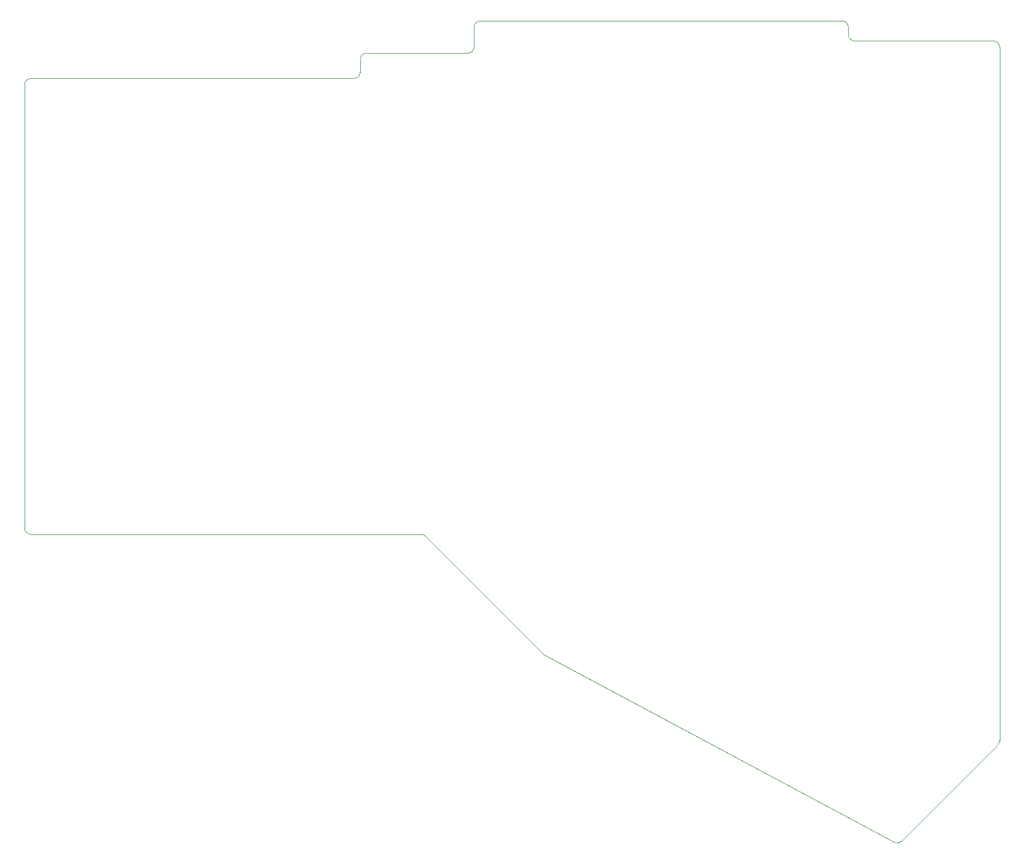
<source format=gbr>
%TF.GenerationSoftware,KiCad,Pcbnew,8.0.5*%
%TF.CreationDate,2024-10-11T21:26:08+02:00*%
%TF.ProjectId,vaucasy_left,76617563-6173-4795-9f6c-6566742e6b69,rev?*%
%TF.SameCoordinates,Original*%
%TF.FileFunction,Profile,NP*%
%FSLAX46Y46*%
G04 Gerber Fmt 4.6, Leading zero omitted, Abs format (unit mm)*
G04 Created by KiCad (PCBNEW 8.0.5) date 2024-10-11 21:26:08*
%MOMM*%
%LPD*%
G01*
G04 APERTURE LIST*
%TA.AperFunction,Profile*%
%ADD10C,0.050000*%
%TD*%
G04 APERTURE END LIST*
D10*
X179000000Y-141585786D02*
G75*
G02*
X178707093Y-142292879I-999900J-14D01*
G01*
X155100000Y-28900000D02*
X155100000Y-30075000D01*
X78000000Y-34000000D02*
X78000000Y-36000000D01*
X78000000Y-34000000D02*
G75*
G02*
X79000000Y-33000000I1000000J0D01*
G01*
X26000000Y-109000000D02*
G75*
G02*
X25000000Y-108000000I0J1000000D01*
G01*
X96000000Y-28900000D02*
G75*
G02*
X97000000Y-27900000I1000000J0D01*
G01*
X122275000Y-27900000D02*
X154100000Y-27900000D01*
X156100000Y-31075000D02*
X178000000Y-31075000D01*
X87585786Y-109000000D02*
G75*
G02*
X88292900Y-109292886I14J-1000000D01*
G01*
X154100000Y-27900000D02*
G75*
G02*
X155100000Y-28900000I0J-1000000D01*
G01*
X96000000Y-32000000D02*
G75*
G02*
X95000000Y-33000000I-1000000J0D01*
G01*
X107130334Y-128069822D02*
G75*
G02*
X106895455Y-127895443I472366J881622D01*
G01*
X163524939Y-157475061D02*
X178707107Y-142292893D01*
X179000000Y-141585786D02*
X179000000Y-32075000D01*
X25000000Y-38000000D02*
G75*
G02*
X26000000Y-37000000I1000000J0D01*
G01*
X163524939Y-157475061D02*
G75*
G02*
X162345588Y-157649474I-707139J707061D01*
G01*
X25000000Y-38000000D02*
X25000000Y-108000000D01*
X95000000Y-33000000D02*
X79000000Y-33000000D01*
X88292893Y-109292893D02*
X106895449Y-127895449D01*
X26000000Y-109000000D02*
X87585786Y-109000000D01*
X107130334Y-128069822D02*
X162345610Y-157649434D01*
X77000000Y-37000000D02*
X26000000Y-37000000D01*
X178000000Y-31075000D02*
G75*
G02*
X179000000Y-32075000I0J-1000000D01*
G01*
X96000000Y-28900000D02*
X96000000Y-32000000D01*
X78000000Y-36000000D02*
G75*
G02*
X77000000Y-37000000I-1000000J0D01*
G01*
X122275000Y-27900000D02*
X97000000Y-27900000D01*
X156100000Y-31075000D02*
G75*
G02*
X155100000Y-30075000I0J1000000D01*
G01*
M02*

</source>
